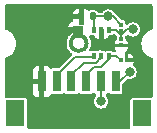
<source format=gtl>
G04 #@! TF.GenerationSoftware,KiCad,Pcbnew,6.0.4-6f826c9f35~116~ubuntu18.04.1*
G04 #@! TF.CreationDate,2022-05-30T12:34:47+02:00*
G04 #@! TF.ProjectId,Micro_43432,4d696372-6f5f-4343-9334-33322e6b6963,rev?*
G04 #@! TF.SameCoordinates,Original*
G04 #@! TF.FileFunction,Copper,L1,Top*
G04 #@! TF.FilePolarity,Positive*
%FSLAX46Y46*%
G04 Gerber Fmt 4.6, Leading zero omitted, Abs format (unit mm)*
G04 Created by KiCad (PCBNEW 6.0.4-6f826c9f35~116~ubuntu18.04.1) date 2022-05-30 12:34:47*
%MOMM*%
%LPD*%
G01*
G04 APERTURE LIST*
G04 Aperture macros list*
%AMRoundRect*
0 Rectangle with rounded corners*
0 $1 Rounding radius*
0 $2 $3 $4 $5 $6 $7 $8 $9 X,Y pos of 4 corners*
0 Add a 4 corners polygon primitive as box body*
4,1,4,$2,$3,$4,$5,$6,$7,$8,$9,$2,$3,0*
0 Add four circle primitives for the rounded corners*
1,1,$1+$1,$2,$3*
1,1,$1+$1,$4,$5*
1,1,$1+$1,$6,$7*
1,1,$1+$1,$8,$9*
0 Add four rect primitives between the rounded corners*
20,1,$1+$1,$2,$3,$4,$5,0*
20,1,$1+$1,$4,$5,$6,$7,0*
20,1,$1+$1,$6,$7,$8,$9,0*
20,1,$1+$1,$8,$9,$2,$3,0*%
G04 Aperture macros list end*
G04 #@! TA.AperFunction,EtchedComponent*
%ADD10C,0.300000*%
G04 #@! TD*
G04 #@! TA.AperFunction,SMDPad,CuDef*
%ADD11R,0.400000X0.600000*%
G04 #@! TD*
G04 #@! TA.AperFunction,SMDPad,CuDef*
%ADD12R,0.900001X0.833312*%
G04 #@! TD*
G04 #@! TA.AperFunction,SMDPad,CuDef*
%ADD13RoundRect,0.075000X-0.075000X0.125000X-0.075000X-0.125000X0.075000X-0.125000X0.075000X0.125000X0*%
G04 #@! TD*
G04 #@! TA.AperFunction,SMDPad,CuDef*
%ADD14RoundRect,0.140000X0.140000X0.170000X-0.140000X0.170000X-0.140000X-0.170000X0.140000X-0.170000X0*%
G04 #@! TD*
G04 #@! TA.AperFunction,SMDPad,CuDef*
%ADD15R,0.700000X1.800000*%
G04 #@! TD*
G04 #@! TA.AperFunction,SMDPad,CuDef*
%ADD16R,1.600000X2.200000*%
G04 #@! TD*
G04 #@! TA.AperFunction,SMDPad,CuDef*
%ADD17RoundRect,0.075000X-0.125000X-0.075000X0.125000X-0.075000X0.125000X0.075000X-0.125000X0.075000X0*%
G04 #@! TD*
G04 #@! TA.AperFunction,ViaPad*
%ADD18C,0.800000*%
G04 #@! TD*
G04 #@! TA.AperFunction,Conductor*
%ADD19C,0.200000*%
G04 #@! TD*
G04 #@! TA.AperFunction,Conductor*
%ADD20C,0.250000*%
G04 #@! TD*
G04 APERTURE END LIST*
D10*
X135165000Y-69062500D02*
G75*
G03*
X135165000Y-69062500I-670000J0D01*
G01*
D11*
X137075000Y-67987500D03*
X136425000Y-67987500D03*
X135775000Y-67987500D03*
D12*
X134475000Y-68070844D03*
D11*
X135775000Y-70137500D03*
X136425000Y-70137500D03*
X137075000Y-70137500D03*
D13*
X138100000Y-68750000D03*
X138100000Y-69250000D03*
D14*
X135680000Y-66800000D03*
X134720000Y-66800000D03*
D15*
X131375000Y-72300000D03*
X132625000Y-72300000D03*
X133875000Y-72300000D03*
X135125000Y-72300000D03*
X136375000Y-72300000D03*
X137625000Y-72300000D03*
D16*
X139875000Y-75000000D03*
X129125000Y-75000000D03*
D17*
X138050000Y-70500000D03*
X138550000Y-70500000D03*
D13*
X138100000Y-67500000D03*
X138100000Y-68000000D03*
D18*
X136400000Y-74000000D03*
X139100000Y-67900000D03*
X139500000Y-72300000D03*
X137000000Y-66800000D03*
X138800000Y-71500000D03*
X131700000Y-67700000D03*
X139500000Y-66800000D03*
X129600000Y-70200000D03*
X134564501Y-75900000D03*
D19*
X138600000Y-67900000D02*
X139100000Y-67900000D01*
X139100000Y-67900000D02*
X139000000Y-68000000D01*
X136375000Y-73975000D02*
X136400000Y-74000000D01*
X136375000Y-72300000D02*
X136375000Y-73975000D01*
X138000000Y-72300000D02*
X138800000Y-71500000D01*
X135775000Y-66895000D02*
X135680000Y-66800000D01*
X135775000Y-67987500D02*
X135775000Y-66895000D01*
X137000000Y-66800000D02*
X135680000Y-66800000D01*
X137625000Y-72300000D02*
X138000000Y-72300000D01*
X137400000Y-66800000D02*
X138100000Y-67500000D01*
X137000000Y-66800000D02*
X137400000Y-66800000D01*
X137687500Y-67987500D02*
X138100000Y-68400000D01*
X137075000Y-67987500D02*
X137687500Y-67987500D01*
X136375000Y-72300000D02*
X136375000Y-71750000D01*
X138100000Y-68400000D02*
X138600000Y-67900000D01*
X138100000Y-68000000D02*
X138100000Y-68400000D01*
X138100000Y-68400000D02*
X138100000Y-68750000D01*
X137687500Y-70137500D02*
X138050000Y-70500000D01*
X136361522Y-71100000D02*
X137075000Y-70386522D01*
X135125000Y-72300000D02*
X135125000Y-71750000D01*
X137075000Y-70137500D02*
X137687500Y-70137500D01*
X135775000Y-71100000D02*
X136361522Y-71100000D01*
X137075000Y-70386522D02*
X137075000Y-70137500D01*
X135125000Y-71750000D02*
X135775000Y-71100000D01*
X133875000Y-72300000D02*
X133875000Y-71750000D01*
X136000000Y-70700000D02*
X136425000Y-70275000D01*
X134925000Y-70700000D02*
X136000000Y-70700000D01*
X133875000Y-71750000D02*
X134925000Y-70700000D01*
X136425000Y-70275000D02*
X136425000Y-70137500D01*
D20*
X136305000Y-70320000D02*
X136305000Y-69975000D01*
X135699776Y-70212724D02*
X135775000Y-70137500D01*
D19*
X132625000Y-71750000D02*
X134162276Y-70212724D01*
X134162276Y-70212724D02*
X135699776Y-70212724D01*
G04 #@! TA.AperFunction,Conductor*
G36*
X140692121Y-65770002D02*
G01*
X140738614Y-65823658D01*
X140750000Y-65876000D01*
X140750000Y-67827455D01*
X140729998Y-67895576D01*
X140676342Y-67942069D01*
X140656614Y-67949161D01*
X140624865Y-67957668D01*
X140593146Y-67966167D01*
X140593144Y-67966168D01*
X140587836Y-67967590D01*
X140582855Y-67969913D01*
X140582854Y-67969913D01*
X140402444Y-68054039D01*
X140402439Y-68054042D01*
X140397457Y-68056365D01*
X140343555Y-68094108D01*
X140270070Y-68145563D01*
X140225386Y-68176851D01*
X140076851Y-68325386D01*
X140073694Y-68329894D01*
X140073692Y-68329897D01*
X140033853Y-68386793D01*
X139956365Y-68497457D01*
X139954042Y-68502439D01*
X139954039Y-68502444D01*
X139869913Y-68682854D01*
X139867590Y-68687836D01*
X139866168Y-68693144D01*
X139866167Y-68693146D01*
X139818924Y-68869458D01*
X139813222Y-68890739D01*
X139794914Y-69100000D01*
X139813222Y-69309261D01*
X139814646Y-69314574D01*
X139814646Y-69314576D01*
X139864264Y-69499750D01*
X139867590Y-69512164D01*
X139869913Y-69517145D01*
X139869913Y-69517146D01*
X139954039Y-69697556D01*
X139954042Y-69697561D01*
X139956365Y-69702543D01*
X140007352Y-69775360D01*
X140055644Y-69844327D01*
X140076851Y-69874614D01*
X140225386Y-70023149D01*
X140229894Y-70026306D01*
X140229897Y-70026308D01*
X140282999Y-70063490D01*
X140397457Y-70143635D01*
X140402439Y-70145958D01*
X140402444Y-70145961D01*
X140574896Y-70226376D01*
X140587836Y-70232410D01*
X140593144Y-70233832D01*
X140593146Y-70233833D01*
X140616650Y-70240131D01*
X140656612Y-70250839D01*
X140717234Y-70287790D01*
X140748255Y-70351650D01*
X140750000Y-70372545D01*
X140750000Y-73573500D01*
X140729998Y-73641621D01*
X140676342Y-73688114D01*
X140624000Y-73699500D01*
X139055252Y-73699500D01*
X139049184Y-73700707D01*
X139008939Y-73708712D01*
X139008938Y-73708712D01*
X138996769Y-73711133D01*
X138930448Y-73755448D01*
X138886133Y-73821769D01*
X138883712Y-73833938D01*
X138883712Y-73833939D01*
X138880234Y-73851426D01*
X138874500Y-73880252D01*
X138874500Y-76119748D01*
X138875706Y-76125811D01*
X138875707Y-76125821D01*
X138880302Y-76148921D01*
X138873973Y-76219634D01*
X138830418Y-76275701D01*
X138756723Y-76299500D01*
X130243277Y-76299500D01*
X130175156Y-76279498D01*
X130128663Y-76225842D01*
X130119698Y-76148921D01*
X130124293Y-76125821D01*
X130124294Y-76125811D01*
X130125500Y-76119748D01*
X130125500Y-73880252D01*
X130119766Y-73851426D01*
X130116288Y-73833939D01*
X130116288Y-73833938D01*
X130113867Y-73821769D01*
X130069552Y-73755448D01*
X130003231Y-73711133D01*
X129991062Y-73708712D01*
X129991061Y-73708712D01*
X129950816Y-73700707D01*
X129944748Y-73699500D01*
X128376000Y-73699500D01*
X128307879Y-73679498D01*
X128261386Y-73625842D01*
X128250000Y-73573500D01*
X128250000Y-73226525D01*
X130625001Y-73226525D01*
X130625776Y-73236374D01*
X130638283Y-73315351D01*
X130644338Y-73333986D01*
X130692859Y-73429213D01*
X130704370Y-73445056D01*
X130779944Y-73520630D01*
X130795787Y-73532141D01*
X130891018Y-73580664D01*
X130909645Y-73586716D01*
X130988627Y-73599225D01*
X130998473Y-73600000D01*
X131156885Y-73600000D01*
X131172124Y-73595525D01*
X131173329Y-73594135D01*
X131175000Y-73586452D01*
X131175000Y-73581884D01*
X131575000Y-73581884D01*
X131579475Y-73597123D01*
X131580865Y-73598328D01*
X131588548Y-73599999D01*
X131751525Y-73599999D01*
X131761374Y-73599224D01*
X131840351Y-73586717D01*
X131858986Y-73580662D01*
X131954213Y-73532141D01*
X131970056Y-73520630D01*
X132045627Y-73445059D01*
X132055053Y-73432086D01*
X132111276Y-73388734D01*
X132182013Y-73382660D01*
X132192079Y-73385733D01*
X132196769Y-73388867D01*
X132208938Y-73391288D01*
X132208939Y-73391288D01*
X132249184Y-73399293D01*
X132255252Y-73400500D01*
X132994748Y-73400500D01*
X133000816Y-73399293D01*
X133041061Y-73391288D01*
X133041062Y-73391288D01*
X133053231Y-73388867D01*
X133119552Y-73344552D01*
X133126443Y-73334239D01*
X133126445Y-73334237D01*
X133145235Y-73306116D01*
X133199712Y-73260588D01*
X133270155Y-73251741D01*
X133334199Y-73282382D01*
X133354765Y-73306116D01*
X133373555Y-73334237D01*
X133373557Y-73334239D01*
X133380448Y-73344552D01*
X133446769Y-73388867D01*
X133458938Y-73391288D01*
X133458939Y-73391288D01*
X133499184Y-73399293D01*
X133505252Y-73400500D01*
X134244748Y-73400500D01*
X134250816Y-73399293D01*
X134291061Y-73391288D01*
X134291062Y-73391288D01*
X134303231Y-73388867D01*
X134369552Y-73344552D01*
X134376443Y-73334239D01*
X134376445Y-73334237D01*
X134395235Y-73306116D01*
X134449712Y-73260588D01*
X134520155Y-73251741D01*
X134584199Y-73282382D01*
X134604765Y-73306116D01*
X134623555Y-73334237D01*
X134623557Y-73334239D01*
X134630448Y-73344552D01*
X134696769Y-73388867D01*
X134708938Y-73391288D01*
X134708939Y-73391288D01*
X134749184Y-73399293D01*
X134755252Y-73400500D01*
X135494748Y-73400500D01*
X135500816Y-73399293D01*
X135541061Y-73391288D01*
X135541062Y-73391288D01*
X135553231Y-73388867D01*
X135619552Y-73344552D01*
X135626443Y-73334239D01*
X135626445Y-73334237D01*
X135645235Y-73306116D01*
X135699712Y-73260588D01*
X135770155Y-73251741D01*
X135834199Y-73282382D01*
X135854765Y-73306116D01*
X135873555Y-73334237D01*
X135873557Y-73334239D01*
X135880448Y-73344552D01*
X135890761Y-73351443D01*
X135890763Y-73351445D01*
X135944593Y-73387413D01*
X135990121Y-73441890D01*
X135998969Y-73512333D01*
X135969462Y-73569987D01*
X135971718Y-73571718D01*
X135875464Y-73697159D01*
X135814956Y-73843238D01*
X135813878Y-73851426D01*
X135804637Y-73921619D01*
X135794318Y-74000000D01*
X135814956Y-74156762D01*
X135875464Y-74302841D01*
X135971718Y-74428282D01*
X136097159Y-74524536D01*
X136243238Y-74585044D01*
X136400000Y-74605682D01*
X136408188Y-74604604D01*
X136548574Y-74586122D01*
X136556762Y-74585044D01*
X136702841Y-74524536D01*
X136828282Y-74428282D01*
X136924536Y-74302841D01*
X136985044Y-74156762D01*
X137005682Y-74000000D01*
X136995363Y-73921619D01*
X136986122Y-73851426D01*
X136985044Y-73843238D01*
X136924536Y-73697159D01*
X136856059Y-73607918D01*
X136833305Y-73578264D01*
X136828282Y-73571718D01*
X136821736Y-73566695D01*
X136816287Y-73561246D01*
X136782261Y-73498934D01*
X136787326Y-73428119D01*
X136835379Y-73367386D01*
X136859239Y-73351443D01*
X136869552Y-73344552D01*
X136876443Y-73334239D01*
X136876445Y-73334237D01*
X136895235Y-73306116D01*
X136949712Y-73260588D01*
X137020155Y-73251741D01*
X137084199Y-73282382D01*
X137104765Y-73306116D01*
X137123555Y-73334237D01*
X137123557Y-73334239D01*
X137130448Y-73344552D01*
X137196769Y-73388867D01*
X137208938Y-73391288D01*
X137208939Y-73391288D01*
X137249184Y-73399293D01*
X137255252Y-73400500D01*
X137994748Y-73400500D01*
X138000816Y-73399293D01*
X138041061Y-73391288D01*
X138041062Y-73391288D01*
X138053231Y-73388867D01*
X138119552Y-73344552D01*
X138163867Y-73278231D01*
X138167377Y-73260588D01*
X138174293Y-73225816D01*
X138175500Y-73219748D01*
X138175500Y-72606493D01*
X138195502Y-72538372D01*
X138205491Y-72526578D01*
X138205347Y-72526468D01*
X138205348Y-72526468D01*
X138221916Y-72504680D01*
X138233110Y-72491861D01*
X138596375Y-72128596D01*
X138658687Y-72094570D01*
X138701916Y-72092769D01*
X138800000Y-72105682D01*
X138808188Y-72104604D01*
X138948574Y-72086122D01*
X138956762Y-72085044D01*
X139102841Y-72024536D01*
X139228282Y-71928282D01*
X139324536Y-71802841D01*
X139385044Y-71656762D01*
X139405682Y-71500000D01*
X139389917Y-71380252D01*
X139386122Y-71351426D01*
X139385044Y-71343238D01*
X139324536Y-71197159D01*
X139228282Y-71071718D01*
X139142461Y-71005865D01*
X139116392Y-70985862D01*
X139074525Y-70928524D01*
X139070303Y-70857653D01*
X139087281Y-70821082D01*
X139086235Y-70820509D01*
X139099079Y-70797048D01*
X139140918Y-70685443D01*
X139144543Y-70670198D01*
X139144780Y-70668011D01*
X139142164Y-70653419D01*
X139129730Y-70650000D01*
X138576500Y-70650000D01*
X138508379Y-70629998D01*
X138461886Y-70576342D01*
X138450500Y-70524001D01*
X138450499Y-70404056D01*
X138450499Y-70397868D01*
X138445463Y-70372545D01*
X138437375Y-70331885D01*
X138700000Y-70331885D01*
X138704475Y-70347124D01*
X138705865Y-70348329D01*
X138713548Y-70350000D01*
X139128622Y-70350000D01*
X139142845Y-70345824D01*
X139144900Y-70333094D01*
X139144543Y-70329802D01*
X139140918Y-70314557D01*
X139099079Y-70202952D01*
X139090547Y-70187366D01*
X139019711Y-70092850D01*
X139007150Y-70080289D01*
X138912634Y-70009453D01*
X138897048Y-70000921D01*
X138785444Y-69959083D01*
X138770197Y-69955457D01*
X138723362Y-69950369D01*
X138717871Y-69950072D01*
X138702876Y-69954475D01*
X138701671Y-69955865D01*
X138700000Y-69963548D01*
X138700000Y-70331885D01*
X138437375Y-70331885D01*
X138436936Y-70329676D01*
X138436936Y-70329675D01*
X138434515Y-70317505D01*
X138425775Y-70304424D01*
X138421235Y-70297630D01*
X138400000Y-70227628D01*
X138400000Y-69968115D01*
X138385992Y-69920407D01*
X138382724Y-69915323D01*
X138382719Y-69844327D01*
X138421099Y-69784598D01*
X138428053Y-69778991D01*
X138507150Y-69719711D01*
X138519711Y-69707150D01*
X138590547Y-69612634D01*
X138599079Y-69597048D01*
X138640917Y-69485444D01*
X138644543Y-69470197D01*
X138649631Y-69423362D01*
X138649928Y-69417871D01*
X138645525Y-69402876D01*
X138644135Y-69401671D01*
X138636452Y-69400000D01*
X138227104Y-69400000D01*
X138158983Y-69379998D01*
X138112490Y-69326342D01*
X138102386Y-69256068D01*
X138131880Y-69191488D01*
X138191606Y-69153104D01*
X138202524Y-69150421D01*
X138270324Y-69136936D01*
X138270325Y-69136936D01*
X138282495Y-69134515D01*
X138302370Y-69121235D01*
X138372372Y-69100000D01*
X138631885Y-69100000D01*
X138647124Y-69095525D01*
X138648329Y-69094135D01*
X138650000Y-69086452D01*
X138650000Y-69083450D01*
X138649631Y-69076638D01*
X138644543Y-69029803D01*
X138640917Y-69014556D01*
X138599079Y-68902952D01*
X138590547Y-68887366D01*
X138519711Y-68792850D01*
X138507149Y-68780288D01*
X138500934Y-68775630D01*
X138458419Y-68718771D01*
X138450499Y-68674804D01*
X138450499Y-68597868D01*
X138443165Y-68560996D01*
X138449493Y-68490284D01*
X138477649Y-68447322D01*
X138551130Y-68373841D01*
X138613442Y-68339815D01*
X138684257Y-68344880D01*
X138716929Y-68362974D01*
X138790603Y-68419506D01*
X138790606Y-68419508D01*
X138797159Y-68424536D01*
X138943238Y-68485044D01*
X139100000Y-68505682D01*
X139108188Y-68504604D01*
X139248574Y-68486122D01*
X139256762Y-68485044D01*
X139402841Y-68424536D01*
X139528282Y-68328282D01*
X139533495Y-68321489D01*
X139619509Y-68209392D01*
X139624536Y-68202841D01*
X139685044Y-68056762D01*
X139705682Y-67900000D01*
X139685044Y-67743238D01*
X139624536Y-67597159D01*
X139528282Y-67471718D01*
X139402841Y-67375464D01*
X139256762Y-67314956D01*
X139100000Y-67294318D01*
X138943238Y-67314956D01*
X138797159Y-67375464D01*
X138671718Y-67471718D01*
X138666695Y-67478264D01*
X138665594Y-67479365D01*
X138603282Y-67513391D01*
X138532467Y-67508326D01*
X138475631Y-67465779D01*
X138450820Y-67399259D01*
X138450499Y-67390270D01*
X138450499Y-67347868D01*
X138449292Y-67341802D01*
X138449292Y-67341797D01*
X138436936Y-67279676D01*
X138436936Y-67279675D01*
X138434515Y-67267505D01*
X138373624Y-67176376D01*
X138282495Y-67115485D01*
X138202133Y-67099500D01*
X138176661Y-67099500D01*
X138108540Y-67079498D01*
X138087566Y-67062595D01*
X137649519Y-66624548D01*
X137647763Y-66622514D01*
X137645425Y-66617731D01*
X137624510Y-66598329D01*
X137609523Y-66584427D01*
X137606118Y-66581147D01*
X137592723Y-66567752D01*
X137588753Y-66565028D01*
X137586105Y-66562703D01*
X137571882Y-66549510D01*
X137563354Y-66541599D01*
X137563163Y-66541523D01*
X137527560Y-66504459D01*
X137524536Y-66497159D01*
X137428282Y-66371718D01*
X137407251Y-66355580D01*
X137334950Y-66300102D01*
X137302841Y-66275464D01*
X137156762Y-66214956D01*
X137000000Y-66194318D01*
X136843238Y-66214956D01*
X136697159Y-66275464D01*
X136665050Y-66300102D01*
X136592750Y-66355580D01*
X136571718Y-66371718D01*
X136566695Y-66378264D01*
X136511494Y-66450204D01*
X136454156Y-66492071D01*
X136411531Y-66499500D01*
X136213964Y-66499500D01*
X136145843Y-66479498D01*
X136110752Y-66445773D01*
X136107884Y-66441677D01*
X136103224Y-66431684D01*
X136018316Y-66346776D01*
X135962832Y-66320903D01*
X135918224Y-66300102D01*
X135918223Y-66300102D01*
X135909487Y-66296028D01*
X135859901Y-66289500D01*
X135680066Y-66289500D01*
X135500100Y-66289501D01*
X135450513Y-66296028D01*
X135441779Y-66300101D01*
X135441778Y-66300101D01*
X135420031Y-66310242D01*
X135349839Y-66320903D01*
X135285027Y-66291923D01*
X135266417Y-66272225D01*
X135250618Y-66251410D01*
X135238589Y-66239381D01*
X135134420Y-66160313D01*
X135119597Y-66151960D01*
X134997545Y-66103637D01*
X134981980Y-66099684D01*
X134937985Y-66094360D01*
X134923610Y-66096757D01*
X134920000Y-66109581D01*
X134920000Y-67424000D01*
X134899998Y-67492121D01*
X134846342Y-67538614D01*
X134794000Y-67550000D01*
X134646000Y-67550000D01*
X134577879Y-67529998D01*
X134531386Y-67476342D01*
X134520000Y-67424000D01*
X134520000Y-67018115D01*
X134515525Y-67002876D01*
X134514135Y-67001671D01*
X134506452Y-67000000D01*
X134058115Y-67000000D01*
X134042876Y-67004475D01*
X134041671Y-67005865D01*
X134040254Y-67012379D01*
X134040456Y-67015720D01*
X134049685Y-67091987D01*
X134053119Y-67105511D01*
X134050498Y-67176459D01*
X134009935Y-67234727D01*
X133950703Y-67260970D01*
X133909650Y-67267471D01*
X133891014Y-67273526D01*
X133795787Y-67322047D01*
X133779944Y-67333558D01*
X133704370Y-67409132D01*
X133692859Y-67424975D01*
X133644336Y-67520206D01*
X133638284Y-67538833D01*
X133625775Y-67617815D01*
X133625000Y-67627661D01*
X133625000Y-67636073D01*
X133629475Y-67651312D01*
X133630865Y-67652517D01*
X133638548Y-67654188D01*
X134765656Y-67654188D01*
X134833777Y-67674190D01*
X134880270Y-67727846D01*
X134891656Y-67780188D01*
X134891656Y-67946062D01*
X134871654Y-68014183D01*
X134817998Y-68060676D01*
X134747724Y-68070780D01*
X134728397Y-68066427D01*
X134726341Y-68065791D01*
X134701193Y-68058006D01*
X134695068Y-68057362D01*
X134695067Y-68057362D01*
X134508288Y-68037731D01*
X134508286Y-68037731D01*
X134502159Y-68037087D01*
X134418106Y-68044736D01*
X134308991Y-68054666D01*
X134308988Y-68054667D01*
X134302852Y-68055225D01*
X134110864Y-68111730D01*
X134105406Y-68114583D01*
X134105402Y-68114585D01*
X134044809Y-68146263D01*
X133933508Y-68204450D01*
X133777539Y-68329853D01*
X133702308Y-68419509D01*
X133670436Y-68457492D01*
X133641178Y-68476625D01*
X133626672Y-68493365D01*
X133622122Y-68514283D01*
X133619984Y-68513818D01*
X133609416Y-68554976D01*
X133555452Y-68653137D01*
X133555450Y-68653142D01*
X133552484Y-68658537D01*
X133550623Y-68664404D01*
X133550622Y-68664406D01*
X133543296Y-68687500D01*
X133491970Y-68849299D01*
X133469662Y-69048183D01*
X133470178Y-69054327D01*
X133470864Y-69062500D01*
X133485892Y-69241472D01*
X133485893Y-69241477D01*
X133486408Y-69247611D01*
X133541572Y-69439989D01*
X133544390Y-69445472D01*
X133630231Y-69612502D01*
X133630234Y-69612506D01*
X133633051Y-69617988D01*
X133757362Y-69774829D01*
X133879107Y-69878442D01*
X133918019Y-69937824D01*
X133918650Y-70008818D01*
X133886538Y-70063490D01*
X132787434Y-71162595D01*
X132725122Y-71196620D01*
X132698339Y-71199500D01*
X132255252Y-71199500D01*
X132249184Y-71200707D01*
X132208939Y-71208712D01*
X132208938Y-71208712D01*
X132196769Y-71211133D01*
X132196709Y-71211173D01*
X132134612Y-71217847D01*
X132071126Y-71186066D01*
X132055053Y-71167914D01*
X132045627Y-71154941D01*
X131970056Y-71079370D01*
X131954213Y-71067859D01*
X131858982Y-71019336D01*
X131840355Y-71013284D01*
X131761373Y-71000775D01*
X131751527Y-71000000D01*
X131593115Y-71000000D01*
X131577876Y-71004475D01*
X131576671Y-71005865D01*
X131575000Y-71013548D01*
X131575000Y-73581884D01*
X131175000Y-73581884D01*
X131175000Y-72518115D01*
X131170525Y-72502876D01*
X131169135Y-72501671D01*
X131161452Y-72500000D01*
X130643116Y-72500000D01*
X130627877Y-72504475D01*
X130626672Y-72505865D01*
X130625001Y-72513548D01*
X130625001Y-73226525D01*
X128250000Y-73226525D01*
X128250000Y-72081885D01*
X130625000Y-72081885D01*
X130629475Y-72097124D01*
X130630865Y-72098329D01*
X130638548Y-72100000D01*
X131156885Y-72100000D01*
X131172124Y-72095525D01*
X131173329Y-72094135D01*
X131175000Y-72086452D01*
X131175000Y-71018116D01*
X131170525Y-71002877D01*
X131169135Y-71001672D01*
X131161452Y-71000001D01*
X130998475Y-71000001D01*
X130988626Y-71000776D01*
X130909649Y-71013283D01*
X130891014Y-71019338D01*
X130795787Y-71067859D01*
X130779944Y-71079370D01*
X130704370Y-71154944D01*
X130692859Y-71170787D01*
X130644336Y-71266018D01*
X130638284Y-71284645D01*
X130625775Y-71363627D01*
X130625000Y-71373473D01*
X130625000Y-72081885D01*
X128250000Y-72081885D01*
X128250000Y-70372545D01*
X128270002Y-70304424D01*
X128323658Y-70257931D01*
X128343386Y-70250839D01*
X128383350Y-70240131D01*
X128406854Y-70233833D01*
X128406856Y-70233832D01*
X128412164Y-70232410D01*
X128425104Y-70226376D01*
X128597556Y-70145961D01*
X128597561Y-70145958D01*
X128602543Y-70143635D01*
X128717001Y-70063490D01*
X128770103Y-70026308D01*
X128770106Y-70026306D01*
X128774614Y-70023149D01*
X128923149Y-69874614D01*
X128944357Y-69844327D01*
X128992648Y-69775360D01*
X129043635Y-69702543D01*
X129045958Y-69697561D01*
X129045961Y-69697556D01*
X129130087Y-69517146D01*
X129130087Y-69517145D01*
X129132410Y-69512164D01*
X129135737Y-69499750D01*
X129185354Y-69314576D01*
X129185354Y-69314574D01*
X129186778Y-69309261D01*
X129205086Y-69100000D01*
X129186778Y-68890739D01*
X129181076Y-68869458D01*
X129133833Y-68693146D01*
X129133832Y-68693144D01*
X129132410Y-68687836D01*
X129130087Y-68682854D01*
X129045961Y-68502444D01*
X129045958Y-68502439D01*
X129043635Y-68497457D01*
X128966147Y-68386793D01*
X128926308Y-68329897D01*
X128926306Y-68329894D01*
X128923149Y-68325386D01*
X128774614Y-68176851D01*
X128729931Y-68145563D01*
X128656445Y-68094108D01*
X128602543Y-68056365D01*
X128597561Y-68054042D01*
X128597556Y-68054039D01*
X128417146Y-67969913D01*
X128417145Y-67969913D01*
X128412164Y-67967590D01*
X128406856Y-67966168D01*
X128406854Y-67966167D01*
X128375135Y-67957668D01*
X128343388Y-67949161D01*
X128282766Y-67912210D01*
X128251745Y-67848350D01*
X128250000Y-67827455D01*
X128250000Y-66583683D01*
X134040528Y-66583683D01*
X134044475Y-66597124D01*
X134045865Y-66598329D01*
X134053548Y-66600000D01*
X134501885Y-66600000D01*
X134517124Y-66595525D01*
X134518329Y-66594135D01*
X134520000Y-66586452D01*
X134520000Y-66110299D01*
X134515895Y-66096317D01*
X134502729Y-66094274D01*
X134458020Y-66099684D01*
X134442455Y-66103637D01*
X134320403Y-66151960D01*
X134305580Y-66160313D01*
X134201411Y-66239381D01*
X134189381Y-66251411D01*
X134110313Y-66355580D01*
X134101960Y-66370403D01*
X134053637Y-66492455D01*
X134049684Y-66508020D01*
X134040528Y-66583683D01*
X128250000Y-66583683D01*
X128250000Y-65876000D01*
X128270002Y-65807879D01*
X128323658Y-65761386D01*
X128376000Y-65750000D01*
X140624000Y-65750000D01*
X140692121Y-65770002D01*
G37*
G04 #@! TD.AperFunction*
G04 #@! TA.AperFunction,Conductor*
G36*
X136567121Y-67807502D02*
G01*
X136613614Y-67861158D01*
X136625000Y-67913500D01*
X136625000Y-68669384D01*
X136629475Y-68684623D01*
X136630865Y-68685828D01*
X136638548Y-68687499D01*
X136651525Y-68687499D01*
X136661374Y-68686724D01*
X136740351Y-68674217D01*
X136758986Y-68668162D01*
X136854213Y-68619641D01*
X136870056Y-68608130D01*
X136945630Y-68532556D01*
X136957141Y-68516712D01*
X136987670Y-68456797D01*
X137036418Y-68405182D01*
X137099936Y-68388000D01*
X137274112Y-68387999D01*
X137284898Y-68387999D01*
X137298810Y-68385232D01*
X137302045Y-68384589D01*
X137314213Y-68382169D01*
X137347457Y-68359957D01*
X137354349Y-68349642D01*
X137354351Y-68349640D01*
X137358120Y-68343999D01*
X137412597Y-68298471D01*
X137462886Y-68288000D01*
X137510839Y-68288000D01*
X137578960Y-68308002D01*
X137599934Y-68324905D01*
X137722350Y-68447321D01*
X137756376Y-68509633D01*
X137756834Y-68560997D01*
X137749500Y-68597867D01*
X137749500Y-68674805D01*
X137729498Y-68742926D01*
X137699065Y-68775631D01*
X137692850Y-68780289D01*
X137680289Y-68792850D01*
X137609453Y-68887366D01*
X137600921Y-68902952D01*
X137559083Y-69014556D01*
X137555457Y-69029803D01*
X137550369Y-69076638D01*
X137550072Y-69082129D01*
X137554475Y-69097124D01*
X137555865Y-69098329D01*
X137563548Y-69100000D01*
X137827628Y-69100000D01*
X137897630Y-69121235D01*
X137907185Y-69127620D01*
X137907188Y-69127621D01*
X137917505Y-69134515D01*
X137997470Y-69150421D01*
X138060380Y-69183328D01*
X138095512Y-69245023D01*
X138091712Y-69315918D01*
X138050186Y-69373504D01*
X137984120Y-69399499D01*
X137972889Y-69400000D01*
X137568115Y-69400000D01*
X137552876Y-69404475D01*
X137551671Y-69405865D01*
X137550000Y-69413548D01*
X137550000Y-69416550D01*
X137550369Y-69423362D01*
X137555457Y-69470197D01*
X137559083Y-69485444D01*
X137600921Y-69597048D01*
X137609453Y-69612634D01*
X137626542Y-69635435D01*
X137651390Y-69701941D01*
X137636337Y-69771324D01*
X137586163Y-69821554D01*
X137525716Y-69837000D01*
X137462886Y-69837000D01*
X137394765Y-69816998D01*
X137358120Y-69781001D01*
X137354351Y-69775360D01*
X137354349Y-69775358D01*
X137347457Y-69765043D01*
X137314213Y-69742831D01*
X137284899Y-69737000D01*
X137075102Y-69737000D01*
X136865102Y-69737001D01*
X136851190Y-69739768D01*
X136847961Y-69740410D01*
X136835787Y-69742831D01*
X136825473Y-69749722D01*
X136825469Y-69749724D01*
X136819999Y-69753379D01*
X136752246Y-69774592D01*
X136680001Y-69753379D01*
X136674533Y-69749726D01*
X136674532Y-69749725D01*
X136664213Y-69742831D01*
X136634899Y-69737000D01*
X136573610Y-69737000D01*
X136505489Y-69716998D01*
X136492630Y-69707529D01*
X136470261Y-69688760D01*
X136362394Y-69649500D01*
X136247606Y-69649500D01*
X136237246Y-69653271D01*
X136237245Y-69653271D01*
X136150100Y-69684989D01*
X136150099Y-69684990D01*
X136139740Y-69688760D01*
X136131296Y-69695846D01*
X136131295Y-69695846D01*
X136109891Y-69713806D01*
X136044850Y-69742270D01*
X136004320Y-69740863D01*
X135984899Y-69737000D01*
X135775102Y-69737000D01*
X135565102Y-69737001D01*
X135535787Y-69742831D01*
X135534132Y-69743937D01*
X135470715Y-69750753D01*
X135407229Y-69718972D01*
X135371003Y-69657913D01*
X135373539Y-69586962D01*
X135383533Y-69564520D01*
X135420328Y-69499750D01*
X135431784Y-69479583D01*
X135494955Y-69289684D01*
X135520038Y-69091132D01*
X135520438Y-69062500D01*
X135500909Y-68863325D01*
X135443065Y-68671736D01*
X135382392Y-68557627D01*
X135368073Y-68488090D01*
X135393621Y-68421849D01*
X135450926Y-68379936D01*
X135521793Y-68375659D01*
X135529932Y-68378257D01*
X135535787Y-68382169D01*
X135565101Y-68388000D01*
X135750064Y-68388000D01*
X135818183Y-68408001D01*
X135862330Y-68456797D01*
X135892857Y-68516710D01*
X135904370Y-68532556D01*
X135979944Y-68608130D01*
X135995787Y-68619641D01*
X136091018Y-68668164D01*
X136109645Y-68674216D01*
X136188627Y-68686725D01*
X136198473Y-68687500D01*
X136206885Y-68687500D01*
X136222124Y-68683025D01*
X136223329Y-68681635D01*
X136225000Y-68673952D01*
X136225000Y-67913500D01*
X136245002Y-67845379D01*
X136298658Y-67798886D01*
X136351000Y-67787500D01*
X136499000Y-67787500D01*
X136567121Y-67807502D01*
G37*
G04 #@! TD.AperFunction*
M02*

</source>
